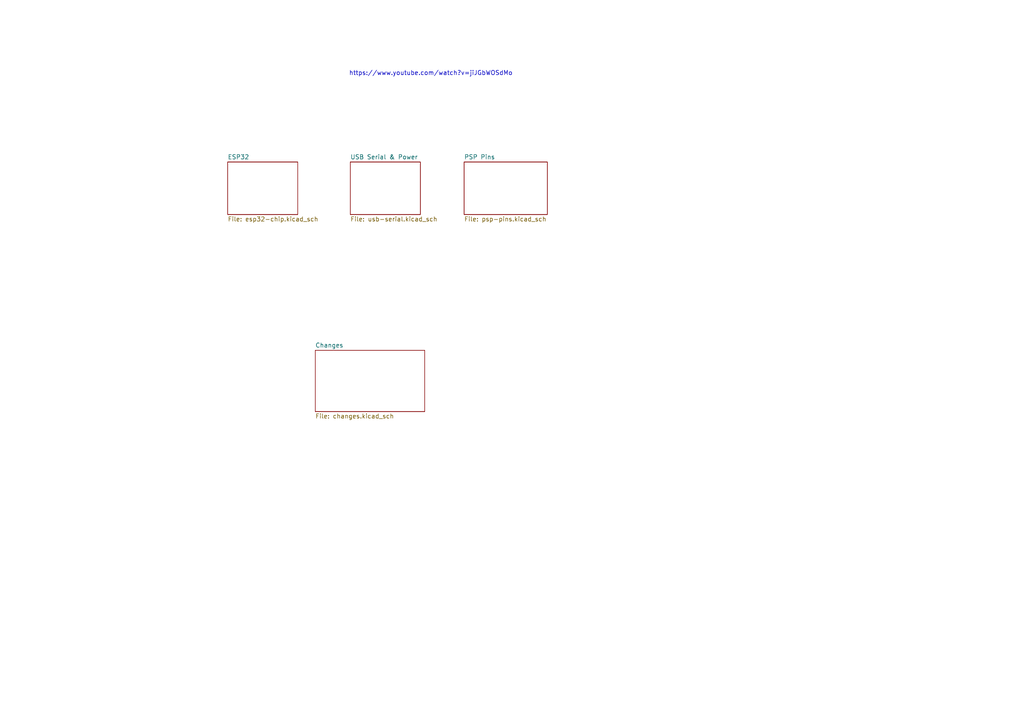
<source format=kicad_sch>
(kicad_sch
	(version 20231120)
	(generator "eeschema")
	(generator_version "8.0")
	(uuid "3a9f3299-35f4-4d62-9438-2986d1fa401f")
	(paper "A4")
	(title_block
		(title "PSP-Bluetooth")
		(date "2024-07-25")
		(rev "0.1")
		(comment 2 "https://github.com/ste2425/PSP-Bluetooth")
		(comment 4 "UNDER REVIEW - SUBJECT TO CHANGE")
	)
	(lib_symbols)
	(text "https://www.youtube.com/watch?v=jiJGbWOSdMo"
		(exclude_from_sim no)
		(at 124.968 21.336 0)
		(effects
			(font
				(size 1.27 1.27)
			)
		)
		(uuid "74761bec-331c-4263-a172-28fba0fbb858")
	)
	(sheet
		(at 66.04 46.99)
		(size 20.32 15.24)
		(fields_autoplaced yes)
		(stroke
			(width 0.1524)
			(type solid)
		)
		(fill
			(color 0 0 0 0.0000)
		)
		(uuid "4d61521e-d26b-4a87-9dc4-97977e5f7fed")
		(property "Sheetname" "ESP32"
			(at 66.04 46.2784 0)
			(effects
				(font
					(size 1.27 1.27)
				)
				(justify left bottom)
			)
		)
		(property "Sheetfile" "esp32-chip.kicad_sch"
			(at 66.04 62.8146 0)
			(effects
				(font
					(size 1.27 1.27)
				)
				(justify left top)
			)
		)
		(instances
			(project "esp32"
				(path "/3a9f3299-35f4-4d62-9438-2986d1fa401f"
					(page "2")
				)
			)
		)
	)
	(sheet
		(at 101.6 46.99)
		(size 20.32 15.24)
		(fields_autoplaced yes)
		(stroke
			(width 0.1524)
			(type solid)
		)
		(fill
			(color 0 0 0 0.0000)
		)
		(uuid "586a855a-7240-4874-a1e8-0873c3df1414")
		(property "Sheetname" "USB Serial & Power"
			(at 101.6 46.2784 0)
			(effects
				(font
					(size 1.27 1.27)
				)
				(justify left bottom)
			)
		)
		(property "Sheetfile" "usb-serial.kicad_sch"
			(at 101.6 62.8146 0)
			(effects
				(font
					(size 1.27 1.27)
				)
				(justify left top)
			)
		)
		(instances
			(project "esp32"
				(path "/3a9f3299-35f4-4d62-9438-2986d1fa401f"
					(page "3")
				)
			)
		)
	)
	(sheet
		(at 91.44 101.6)
		(size 31.75 17.78)
		(fields_autoplaced yes)
		(stroke
			(width 0.1524)
			(type solid)
		)
		(fill
			(color 0 0 0 0.0000)
		)
		(uuid "c8aa10b2-2f70-470d-9bc0-544c2824c53e")
		(property "Sheetname" "Changes"
			(at 91.44 100.8884 0)
			(effects
				(font
					(size 1.27 1.27)
				)
				(justify left bottom)
			)
		)
		(property "Sheetfile" "changes.kicad_sch"
			(at 91.44 119.9646 0)
			(effects
				(font
					(size 1.27 1.27)
				)
				(justify left top)
			)
		)
		(instances
			(project "esp32"
				(path "/3a9f3299-35f4-4d62-9438-2986d1fa401f"
					(page "5")
				)
			)
		)
	)
	(sheet
		(at 134.62 46.99)
		(size 24.13 15.24)
		(fields_autoplaced yes)
		(stroke
			(width 0.1524)
			(type solid)
		)
		(fill
			(color 0 0 0 0.0000)
		)
		(uuid "e4f76cb1-7d48-40aa-a3b2-74b8410dfe76")
		(property "Sheetname" "PSP Pins"
			(at 134.62 46.2784 0)
			(effects
				(font
					(size 1.27 1.27)
				)
				(justify left bottom)
			)
		)
		(property "Sheetfile" "psp-pins.kicad_sch"
			(at 134.62 62.8146 0)
			(effects
				(font
					(size 1.27 1.27)
				)
				(justify left top)
			)
		)
		(instances
			(project "esp32"
				(path "/3a9f3299-35f4-4d62-9438-2986d1fa401f"
					(page "4")
				)
			)
		)
	)
	(sheet_instances
		(path "/"
			(page "1")
		)
	)
)

</source>
